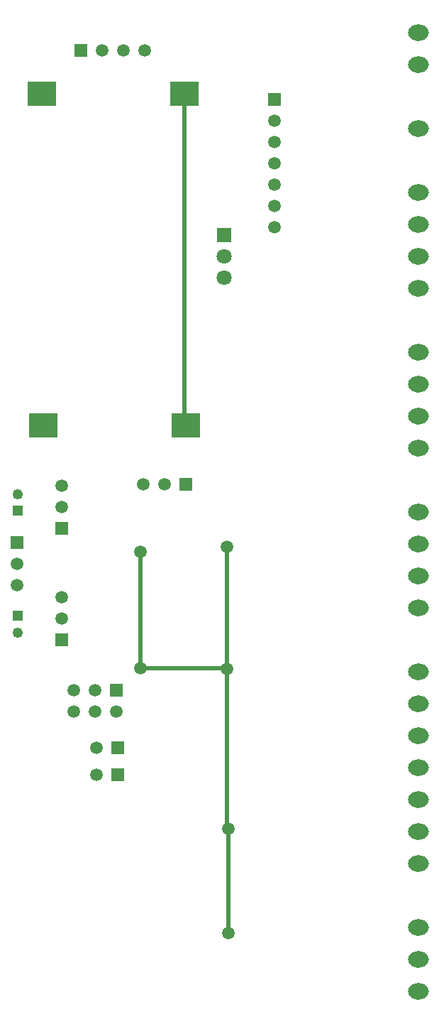
<source format=gbr>
G04 DipTrace 3.3.1.3*
G04 Top.gbr*
%MOIN*%
G04 #@! TF.FileFunction,Copper,L1,Top*
G04 #@! TF.Part,Single*
%AMOUTLINE3*
4,1,20,
0.0,0.03937,
0.015208,0.037443,
0.028926,0.031851,
0.039814,0.023141,
0.046804,0.012166,
0.049213,0.0,
0.046804,-0.012166,
0.039814,-0.023141,
0.028926,-0.031851,
0.015208,-0.037443,
0.0,-0.03937,
-0.015208,-0.037443,
-0.028926,-0.031851,
-0.039814,-0.023141,
-0.046804,-0.012166,
-0.049213,0.0,
-0.046804,0.012166,
-0.039814,0.023141,
-0.028926,0.031851,
-0.015208,0.037443,
0.0,0.03937,
0*%
G04 #@! TA.AperFunction,Conductor*
%ADD13C,0.019685*%
G04 #@! TA.AperFunction,ComponentPad*
%ADD22R,0.059055X0.059055*%
%ADD23C,0.059055*%
%ADD35R,0.137795X0.11811*%
%ADD38R,0.070866X0.070866*%
%ADD39C,0.070866*%
%ADD40R,0.049213X0.049213*%
%ADD41C,0.049213*%
G04 #@! TA.AperFunction,ViaPad*
%ADD42C,0.059055*%
G04 #@! TA.AperFunction,ComponentPad*
%ADD97OUTLINE3*%
%FSLAX26Y26*%
G04*
G70*
G90*
G75*
G01*
G04 Top*
%LPD*%
X1118701Y2706201D2*
D13*
Y2162450D1*
X1518702D1*
X1524951Y2156201D1*
Y2731201D1*
Y2156201D2*
Y1412450D1*
X1531201Y1406201D1*
X1531202Y918701D2*
Y1406199D1*
X1531201Y1406201D1*
X1324942Y4856211D2*
Y3306211D1*
X1331202Y3299951D1*
D42*
X1118701Y2162450D3*
X1524951Y2156201D3*
X1531201Y1406201D3*
X1531202Y918701D3*
X1524951Y2731201D3*
X1118701Y2706201D3*
D22*
X1749951Y4831201D3*
D23*
Y4731201D3*
Y4631201D3*
Y4531201D3*
Y4431201D3*
Y4331201D3*
Y4231201D3*
D22*
X1006202Y2056201D3*
D23*
Y1956201D3*
X906202Y2056201D3*
Y1956201D3*
X806202Y2056201D3*
Y1956201D3*
D22*
X837450Y5062450D3*
D23*
X937450D3*
X1037450D3*
X1137450D3*
D22*
X537451Y2749951D3*
D23*
Y2649951D3*
Y2549951D3*
D22*
X1012451Y1787450D3*
D23*
X912451D3*
D22*
X1012451Y1662450D3*
D23*
X912451D3*
D22*
X1331202Y3024950D3*
D23*
X1231202D3*
X1131202D3*
D22*
X749951Y2293701D3*
D23*
Y2393701D3*
Y2493701D3*
D22*
Y2818701D3*
D23*
Y2918701D3*
Y3018701D3*
D35*
X1331202Y3299951D3*
X1324942Y4856211D3*
X662462Y3299951D3*
X656202Y4856211D3*
D38*
X1512453Y4193699D3*
D39*
Y3993699D3*
Y4093699D3*
D97*
X2424951Y644735D3*
Y794735D3*
Y944735D3*
Y1244735D3*
Y1394735D3*
Y1544735D3*
Y1694735D3*
Y1844735D3*
Y1994735D3*
Y2144735D3*
Y2594735D3*
Y2444735D3*
Y2744735D3*
Y2894735D3*
Y3194735D3*
Y3344735D3*
Y3494735D3*
Y3644735D3*
Y3944735D3*
Y4094735D3*
Y4244735D3*
Y4394735D3*
Y4694735D3*
Y4994735D3*
Y5144735D3*
D40*
X543702Y2899950D3*
D41*
Y2978690D3*
D40*
X543701Y2406201D3*
D41*
Y2327461D3*
M02*

</source>
